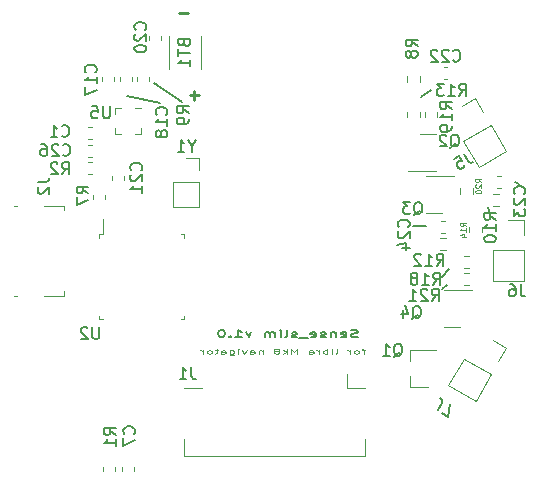
<source format=gbr>
%TF.GenerationSoftware,KiCad,Pcbnew,6.0.7-1.fc35*%
%TF.CreationDate,2022-11-04T19:38:46+01:00*%
%TF.ProjectId,sense_slim,73656e73-655f-4736-9c69-6d2e6b696361,rev?*%
%TF.SameCoordinates,Original*%
%TF.FileFunction,Legend,Bot*%
%TF.FilePolarity,Positive*%
%FSLAX46Y46*%
G04 Gerber Fmt 4.6, Leading zero omitted, Abs format (unit mm)*
G04 Created by KiCad (PCBNEW 6.0.7-1.fc35) date 2022-11-04 19:38:46*
%MOMM*%
%LPD*%
G01*
G04 APERTURE LIST*
%ADD10C,0.150000*%
%ADD11C,0.220000*%
%ADD12C,0.100000*%
%ADD13C,0.080000*%
%ADD14C,0.120000*%
G04 APERTURE END LIST*
D10*
X165000000Y-93100000D02*
X164900000Y-92800000D01*
X167200000Y-90700000D02*
X167500000Y-90800000D01*
X138950000Y-83900000D02*
X136650000Y-82250000D01*
X159200000Y-83500000D02*
X160100000Y-82900000D01*
X137150000Y-84000000D02*
X134300000Y-83400000D01*
X161000000Y-99700000D02*
X161400000Y-99400000D01*
X161000000Y-98700000D02*
X161600000Y-98000000D01*
X158500000Y-94400000D02*
X159600000Y-94400000D01*
D11*
X138769047Y-76328571D02*
X139530952Y-76328571D01*
D12*
X154500476Y-104924285D02*
X154195714Y-104924285D01*
X154386190Y-105190952D02*
X154386190Y-104848095D01*
X154348095Y-104810000D01*
X154271904Y-104790952D01*
X154195714Y-104790952D01*
X153814761Y-105190952D02*
X153890952Y-105171904D01*
X153929047Y-105152857D01*
X153967142Y-105114761D01*
X153967142Y-105000476D01*
X153929047Y-104962380D01*
X153890952Y-104943333D01*
X153814761Y-104924285D01*
X153700476Y-104924285D01*
X153624285Y-104943333D01*
X153586190Y-104962380D01*
X153548095Y-105000476D01*
X153548095Y-105114761D01*
X153586190Y-105152857D01*
X153624285Y-105171904D01*
X153700476Y-105190952D01*
X153814761Y-105190952D01*
X153205238Y-105190952D02*
X153205238Y-104924285D01*
X153205238Y-105000476D02*
X153167142Y-104962380D01*
X153129047Y-104943333D01*
X153052857Y-104924285D01*
X152976666Y-104924285D01*
X151986190Y-105190952D02*
X152062380Y-105171904D01*
X152100476Y-105133809D01*
X152100476Y-104790952D01*
X151681428Y-105190952D02*
X151681428Y-104924285D01*
X151681428Y-104790952D02*
X151719523Y-104810000D01*
X151681428Y-104829047D01*
X151643333Y-104810000D01*
X151681428Y-104790952D01*
X151681428Y-104829047D01*
X151300476Y-105190952D02*
X151300476Y-104790952D01*
X151300476Y-104943333D02*
X151224285Y-104924285D01*
X151071904Y-104924285D01*
X150995714Y-104943333D01*
X150957619Y-104962380D01*
X150919523Y-105000476D01*
X150919523Y-105114761D01*
X150957619Y-105152857D01*
X150995714Y-105171904D01*
X151071904Y-105190952D01*
X151224285Y-105190952D01*
X151300476Y-105171904D01*
X150576666Y-105190952D02*
X150576666Y-104924285D01*
X150576666Y-105000476D02*
X150538571Y-104962380D01*
X150500476Y-104943333D01*
X150424285Y-104924285D01*
X150348095Y-104924285D01*
X149738571Y-105190952D02*
X149738571Y-104981428D01*
X149776666Y-104943333D01*
X149852857Y-104924285D01*
X150005238Y-104924285D01*
X150081428Y-104943333D01*
X149738571Y-105171904D02*
X149814761Y-105190952D01*
X150005238Y-105190952D01*
X150081428Y-105171904D01*
X150119523Y-105133809D01*
X150119523Y-105095714D01*
X150081428Y-105057619D01*
X150005238Y-105038571D01*
X149814761Y-105038571D01*
X149738571Y-105019523D01*
X148748095Y-105190952D02*
X148748095Y-104790952D01*
X148481428Y-105076666D01*
X148214761Y-104790952D01*
X148214761Y-105190952D01*
X147833809Y-105190952D02*
X147833809Y-104790952D01*
X147757619Y-105038571D02*
X147529047Y-105190952D01*
X147529047Y-104924285D02*
X147833809Y-105076666D01*
X147071904Y-104962380D02*
X147148095Y-104943333D01*
X147186190Y-104924285D01*
X147224285Y-104886190D01*
X147224285Y-104867142D01*
X147186190Y-104829047D01*
X147148095Y-104810000D01*
X147071904Y-104790952D01*
X146919523Y-104790952D01*
X146843333Y-104810000D01*
X146805238Y-104829047D01*
X146767142Y-104867142D01*
X146767142Y-104886190D01*
X146805238Y-104924285D01*
X146843333Y-104943333D01*
X146919523Y-104962380D01*
X147071904Y-104962380D01*
X147148095Y-104981428D01*
X147186190Y-105000476D01*
X147224285Y-105038571D01*
X147224285Y-105114761D01*
X147186190Y-105152857D01*
X147148095Y-105171904D01*
X147071904Y-105190952D01*
X146919523Y-105190952D01*
X146843333Y-105171904D01*
X146805238Y-105152857D01*
X146767142Y-105114761D01*
X146767142Y-105038571D01*
X146805238Y-105000476D01*
X146843333Y-104981428D01*
X146919523Y-104962380D01*
X145814761Y-104924285D02*
X145814761Y-105190952D01*
X145814761Y-104962380D02*
X145776666Y-104943333D01*
X145700476Y-104924285D01*
X145586190Y-104924285D01*
X145510000Y-104943333D01*
X145471904Y-104981428D01*
X145471904Y-105190952D01*
X144748095Y-105190952D02*
X144748095Y-104981428D01*
X144786190Y-104943333D01*
X144862380Y-104924285D01*
X145014761Y-104924285D01*
X145090952Y-104943333D01*
X144748095Y-105171904D02*
X144824285Y-105190952D01*
X145014761Y-105190952D01*
X145090952Y-105171904D01*
X145129047Y-105133809D01*
X145129047Y-105095714D01*
X145090952Y-105057619D01*
X145014761Y-105038571D01*
X144824285Y-105038571D01*
X144748095Y-105019523D01*
X144443333Y-104924285D02*
X144252857Y-105190952D01*
X144062380Y-104924285D01*
X143757619Y-105190952D02*
X143757619Y-104924285D01*
X143757619Y-104790952D02*
X143795714Y-104810000D01*
X143757619Y-104829047D01*
X143719523Y-104810000D01*
X143757619Y-104790952D01*
X143757619Y-104829047D01*
X143033809Y-104924285D02*
X143033809Y-105248095D01*
X143071904Y-105286190D01*
X143110000Y-105305238D01*
X143186190Y-105324285D01*
X143300476Y-105324285D01*
X143376666Y-105305238D01*
X143033809Y-105171904D02*
X143110000Y-105190952D01*
X143262380Y-105190952D01*
X143338571Y-105171904D01*
X143376666Y-105152857D01*
X143414761Y-105114761D01*
X143414761Y-105000476D01*
X143376666Y-104962380D01*
X143338571Y-104943333D01*
X143262380Y-104924285D01*
X143110000Y-104924285D01*
X143033809Y-104943333D01*
X142310000Y-105190952D02*
X142310000Y-104981428D01*
X142348095Y-104943333D01*
X142424285Y-104924285D01*
X142576666Y-104924285D01*
X142652857Y-104943333D01*
X142310000Y-105171904D02*
X142386190Y-105190952D01*
X142576666Y-105190952D01*
X142652857Y-105171904D01*
X142690952Y-105133809D01*
X142690952Y-105095714D01*
X142652857Y-105057619D01*
X142576666Y-105038571D01*
X142386190Y-105038571D01*
X142310000Y-105019523D01*
X142043333Y-104924285D02*
X141738571Y-104924285D01*
X141929047Y-104790952D02*
X141929047Y-105133809D01*
X141890952Y-105171904D01*
X141814761Y-105190952D01*
X141738571Y-105190952D01*
X141357619Y-105190952D02*
X141433809Y-105171904D01*
X141471904Y-105152857D01*
X141510000Y-105114761D01*
X141510000Y-105000476D01*
X141471904Y-104962380D01*
X141433809Y-104943333D01*
X141357619Y-104924285D01*
X141243333Y-104924285D01*
X141167142Y-104943333D01*
X141129047Y-104962380D01*
X141090952Y-105000476D01*
X141090952Y-105114761D01*
X141129047Y-105152857D01*
X141167142Y-105171904D01*
X141243333Y-105190952D01*
X141357619Y-105190952D01*
X140748095Y-105190952D02*
X140748095Y-104924285D01*
X140748095Y-105000476D02*
X140710000Y-104962380D01*
X140671904Y-104943333D01*
X140595714Y-104924285D01*
X140519523Y-104924285D01*
D11*
X140021428Y-82919047D02*
X140021428Y-83680952D01*
X140402380Y-83300000D02*
X139640476Y-83300000D01*
D10*
X153854761Y-103762857D02*
X153711904Y-103791428D01*
X153473809Y-103791428D01*
X153378571Y-103762857D01*
X153330952Y-103734285D01*
X153283333Y-103677142D01*
X153283333Y-103620000D01*
X153330952Y-103562857D01*
X153378571Y-103534285D01*
X153473809Y-103505714D01*
X153664285Y-103477142D01*
X153759523Y-103448571D01*
X153807142Y-103420000D01*
X153854761Y-103362857D01*
X153854761Y-103305714D01*
X153807142Y-103248571D01*
X153759523Y-103220000D01*
X153664285Y-103191428D01*
X153426190Y-103191428D01*
X153283333Y-103220000D01*
X152473809Y-103762857D02*
X152569047Y-103791428D01*
X152759523Y-103791428D01*
X152854761Y-103762857D01*
X152902380Y-103705714D01*
X152902380Y-103477142D01*
X152854761Y-103420000D01*
X152759523Y-103391428D01*
X152569047Y-103391428D01*
X152473809Y-103420000D01*
X152426190Y-103477142D01*
X152426190Y-103534285D01*
X152902380Y-103591428D01*
X151997619Y-103391428D02*
X151997619Y-103791428D01*
X151997619Y-103448571D02*
X151950000Y-103420000D01*
X151854761Y-103391428D01*
X151711904Y-103391428D01*
X151616666Y-103420000D01*
X151569047Y-103477142D01*
X151569047Y-103791428D01*
X151140476Y-103762857D02*
X151045238Y-103791428D01*
X150854761Y-103791428D01*
X150759523Y-103762857D01*
X150711904Y-103705714D01*
X150711904Y-103677142D01*
X150759523Y-103620000D01*
X150854761Y-103591428D01*
X150997619Y-103591428D01*
X151092857Y-103562857D01*
X151140476Y-103505714D01*
X151140476Y-103477142D01*
X151092857Y-103420000D01*
X150997619Y-103391428D01*
X150854761Y-103391428D01*
X150759523Y-103420000D01*
X149902380Y-103762857D02*
X149997619Y-103791428D01*
X150188095Y-103791428D01*
X150283333Y-103762857D01*
X150330952Y-103705714D01*
X150330952Y-103477142D01*
X150283333Y-103420000D01*
X150188095Y-103391428D01*
X149997619Y-103391428D01*
X149902380Y-103420000D01*
X149854761Y-103477142D01*
X149854761Y-103534285D01*
X150330952Y-103591428D01*
X149664285Y-103848571D02*
X148902380Y-103848571D01*
X148711904Y-103762857D02*
X148616666Y-103791428D01*
X148426190Y-103791428D01*
X148330952Y-103762857D01*
X148283333Y-103705714D01*
X148283333Y-103677142D01*
X148330952Y-103620000D01*
X148426190Y-103591428D01*
X148569047Y-103591428D01*
X148664285Y-103562857D01*
X148711904Y-103505714D01*
X148711904Y-103477142D01*
X148664285Y-103420000D01*
X148569047Y-103391428D01*
X148426190Y-103391428D01*
X148330952Y-103420000D01*
X147711904Y-103791428D02*
X147807142Y-103762857D01*
X147854761Y-103705714D01*
X147854761Y-103191428D01*
X147330952Y-103791428D02*
X147330952Y-103391428D01*
X147330952Y-103191428D02*
X147378571Y-103220000D01*
X147330952Y-103248571D01*
X147283333Y-103220000D01*
X147330952Y-103191428D01*
X147330952Y-103248571D01*
X146854761Y-103791428D02*
X146854761Y-103391428D01*
X146854761Y-103448571D02*
X146807142Y-103420000D01*
X146711904Y-103391428D01*
X146569047Y-103391428D01*
X146473809Y-103420000D01*
X146426190Y-103477142D01*
X146426190Y-103791428D01*
X146426190Y-103477142D02*
X146378571Y-103420000D01*
X146283333Y-103391428D01*
X146140476Y-103391428D01*
X146045238Y-103420000D01*
X145997619Y-103477142D01*
X145997619Y-103791428D01*
X144854761Y-103391428D02*
X144616666Y-103791428D01*
X144378571Y-103391428D01*
X143473809Y-103791428D02*
X144045238Y-103791428D01*
X143759523Y-103791428D02*
X143759523Y-103191428D01*
X143854761Y-103277142D01*
X143950000Y-103334285D01*
X144045238Y-103362857D01*
X143045238Y-103734285D02*
X142997619Y-103762857D01*
X143045238Y-103791428D01*
X143092857Y-103762857D01*
X143045238Y-103734285D01*
X143045238Y-103791428D01*
X142378571Y-103191428D02*
X142283333Y-103191428D01*
X142188095Y-103220000D01*
X142140476Y-103248571D01*
X142092857Y-103305714D01*
X142045238Y-103420000D01*
X142045238Y-103562857D01*
X142092857Y-103677142D01*
X142140476Y-103734285D01*
X142188095Y-103762857D01*
X142283333Y-103791428D01*
X142378571Y-103791428D01*
X142473809Y-103762857D01*
X142521428Y-103734285D01*
X142569047Y-103677142D01*
X142616666Y-103562857D01*
X142616666Y-103420000D01*
X142569047Y-103305714D01*
X142521428Y-103248571D01*
X142473809Y-103220000D01*
X142378571Y-103191428D01*
%TO.C,C7*%
X134917142Y-111973333D02*
X134964761Y-111925714D01*
X135012380Y-111782857D01*
X135012380Y-111687619D01*
X134964761Y-111544761D01*
X134869523Y-111449523D01*
X134774285Y-111401904D01*
X134583809Y-111354285D01*
X134440952Y-111354285D01*
X134250476Y-111401904D01*
X134155238Y-111449523D01*
X134060000Y-111544761D01*
X134012380Y-111687619D01*
X134012380Y-111782857D01*
X134060000Y-111925714D01*
X134107619Y-111973333D01*
X134012380Y-112306666D02*
X134012380Y-112973333D01*
X135012380Y-112544761D01*
%TO.C,R1*%
X133372380Y-112073333D02*
X132896190Y-111740000D01*
X133372380Y-111501904D02*
X132372380Y-111501904D01*
X132372380Y-111882857D01*
X132420000Y-111978095D01*
X132467619Y-112025714D01*
X132562857Y-112073333D01*
X132705714Y-112073333D01*
X132800952Y-112025714D01*
X132848571Y-111978095D01*
X132896190Y-111882857D01*
X132896190Y-111501904D01*
X133372380Y-113025714D02*
X133372380Y-112454285D01*
X133372380Y-112740000D02*
X132372380Y-112740000D01*
X132515238Y-112644761D01*
X132610476Y-112549523D01*
X132658095Y-112454285D01*
%TO.C,C26*%
X128892857Y-88357142D02*
X128940476Y-88404761D01*
X129083333Y-88452380D01*
X129178571Y-88452380D01*
X129321428Y-88404761D01*
X129416666Y-88309523D01*
X129464285Y-88214285D01*
X129511904Y-88023809D01*
X129511904Y-87880952D01*
X129464285Y-87690476D01*
X129416666Y-87595238D01*
X129321428Y-87500000D01*
X129178571Y-87452380D01*
X129083333Y-87452380D01*
X128940476Y-87500000D01*
X128892857Y-87547619D01*
X128511904Y-87547619D02*
X128464285Y-87500000D01*
X128369047Y-87452380D01*
X128130952Y-87452380D01*
X128035714Y-87500000D01*
X127988095Y-87547619D01*
X127940476Y-87642857D01*
X127940476Y-87738095D01*
X127988095Y-87880952D01*
X128559523Y-88452380D01*
X127940476Y-88452380D01*
X127083333Y-87452380D02*
X127273809Y-87452380D01*
X127369047Y-87500000D01*
X127416666Y-87547619D01*
X127511904Y-87690476D01*
X127559523Y-87880952D01*
X127559523Y-88261904D01*
X127511904Y-88357142D01*
X127464285Y-88404761D01*
X127369047Y-88452380D01*
X127178571Y-88452380D01*
X127083333Y-88404761D01*
X127035714Y-88357142D01*
X126988095Y-88261904D01*
X126988095Y-88023809D01*
X127035714Y-87928571D01*
X127083333Y-87880952D01*
X127178571Y-87833333D01*
X127369047Y-87833333D01*
X127464285Y-87880952D01*
X127511904Y-87928571D01*
X127559523Y-88023809D01*
%TO.C,C23*%
X167957142Y-91657142D02*
X168004761Y-91609523D01*
X168052380Y-91466666D01*
X168052380Y-91371428D01*
X168004761Y-91228571D01*
X167909523Y-91133333D01*
X167814285Y-91085714D01*
X167623809Y-91038095D01*
X167480952Y-91038095D01*
X167290476Y-91085714D01*
X167195238Y-91133333D01*
X167100000Y-91228571D01*
X167052380Y-91371428D01*
X167052380Y-91466666D01*
X167100000Y-91609523D01*
X167147619Y-91657142D01*
X167147619Y-92038095D02*
X167100000Y-92085714D01*
X167052380Y-92180952D01*
X167052380Y-92419047D01*
X167100000Y-92514285D01*
X167147619Y-92561904D01*
X167242857Y-92609523D01*
X167338095Y-92609523D01*
X167480952Y-92561904D01*
X168052380Y-91990476D01*
X168052380Y-92609523D01*
X167052380Y-92942857D02*
X167052380Y-93561904D01*
X167433333Y-93228571D01*
X167433333Y-93371428D01*
X167480952Y-93466666D01*
X167528571Y-93514285D01*
X167623809Y-93561904D01*
X167861904Y-93561904D01*
X167957142Y-93514285D01*
X168004761Y-93466666D01*
X168052380Y-93371428D01*
X168052380Y-93085714D01*
X168004761Y-92990476D01*
X167957142Y-92942857D01*
%TO.C,C17*%
X131657142Y-81357142D02*
X131704761Y-81309523D01*
X131752380Y-81166666D01*
X131752380Y-81071428D01*
X131704761Y-80928571D01*
X131609523Y-80833333D01*
X131514285Y-80785714D01*
X131323809Y-80738095D01*
X131180952Y-80738095D01*
X130990476Y-80785714D01*
X130895238Y-80833333D01*
X130800000Y-80928571D01*
X130752380Y-81071428D01*
X130752380Y-81166666D01*
X130800000Y-81309523D01*
X130847619Y-81357142D01*
X131752380Y-82309523D02*
X131752380Y-81738095D01*
X131752380Y-82023809D02*
X130752380Y-82023809D01*
X130895238Y-81928571D01*
X130990476Y-81833333D01*
X131038095Y-81738095D01*
X130752380Y-82642857D02*
X130752380Y-83309523D01*
X131752380Y-82880952D01*
%TO.C,R13*%
X162442857Y-83352380D02*
X162776190Y-82876190D01*
X163014285Y-83352380D02*
X163014285Y-82352380D01*
X162633333Y-82352380D01*
X162538095Y-82400000D01*
X162490476Y-82447619D01*
X162442857Y-82542857D01*
X162442857Y-82685714D01*
X162490476Y-82780952D01*
X162538095Y-82828571D01*
X162633333Y-82876190D01*
X163014285Y-82876190D01*
X161490476Y-83352380D02*
X162061904Y-83352380D01*
X161776190Y-83352380D02*
X161776190Y-82352380D01*
X161871428Y-82495238D01*
X161966666Y-82590476D01*
X162061904Y-82638095D01*
X161157142Y-82352380D02*
X160538095Y-82352380D01*
X160871428Y-82733333D01*
X160728571Y-82733333D01*
X160633333Y-82780952D01*
X160585714Y-82828571D01*
X160538095Y-82923809D01*
X160538095Y-83161904D01*
X160585714Y-83257142D01*
X160633333Y-83304761D01*
X160728571Y-83352380D01*
X161014285Y-83352380D01*
X161109523Y-83304761D01*
X161157142Y-83257142D01*
%TO.C,J6*%
X167653335Y-99340835D02*
X167653335Y-100055121D01*
X167700954Y-100197978D01*
X167796192Y-100293216D01*
X167939049Y-100340835D01*
X168034287Y-100340835D01*
X166748573Y-99340835D02*
X166939049Y-99340835D01*
X167034287Y-99388455D01*
X167081906Y-99436074D01*
X167177144Y-99578931D01*
X167224763Y-99769407D01*
X167224763Y-100150359D01*
X167177144Y-100245597D01*
X167129525Y-100293216D01*
X167034287Y-100340835D01*
X166843811Y-100340835D01*
X166748573Y-100293216D01*
X166700954Y-100245597D01*
X166653335Y-100150359D01*
X166653335Y-99912264D01*
X166700954Y-99817026D01*
X166748573Y-99769407D01*
X166843811Y-99721788D01*
X167034287Y-99721788D01*
X167129525Y-99769407D01*
X167177144Y-99817026D01*
X167224763Y-99912264D01*
%TO.C,C18*%
X137657142Y-84957142D02*
X137704761Y-84909523D01*
X137752380Y-84766666D01*
X137752380Y-84671428D01*
X137704761Y-84528571D01*
X137609523Y-84433333D01*
X137514285Y-84385714D01*
X137323809Y-84338095D01*
X137180952Y-84338095D01*
X136990476Y-84385714D01*
X136895238Y-84433333D01*
X136800000Y-84528571D01*
X136752380Y-84671428D01*
X136752380Y-84766666D01*
X136800000Y-84909523D01*
X136847619Y-84957142D01*
X137752380Y-85909523D02*
X137752380Y-85338095D01*
X137752380Y-85623809D02*
X136752380Y-85623809D01*
X136895238Y-85528571D01*
X136990476Y-85433333D01*
X137038095Y-85338095D01*
X137180952Y-86480952D02*
X137133333Y-86385714D01*
X137085714Y-86338095D01*
X136990476Y-86290476D01*
X136942857Y-86290476D01*
X136847619Y-86338095D01*
X136800000Y-86385714D01*
X136752380Y-86480952D01*
X136752380Y-86671428D01*
X136800000Y-86766666D01*
X136847619Y-86814285D01*
X136942857Y-86861904D01*
X136990476Y-86861904D01*
X137085714Y-86814285D01*
X137133333Y-86766666D01*
X137180952Y-86671428D01*
X137180952Y-86480952D01*
X137228571Y-86385714D01*
X137276190Y-86338095D01*
X137371428Y-86290476D01*
X137561904Y-86290476D01*
X137657142Y-86338095D01*
X137704761Y-86385714D01*
X137752380Y-86480952D01*
X137752380Y-86671428D01*
X137704761Y-86766666D01*
X137657142Y-86814285D01*
X137561904Y-86861904D01*
X137371428Y-86861904D01*
X137276190Y-86814285D01*
X137228571Y-86766666D01*
X137180952Y-86671428D01*
%TO.C,R18*%
X160242857Y-99352380D02*
X160576190Y-98876190D01*
X160814285Y-99352380D02*
X160814285Y-98352380D01*
X160433333Y-98352380D01*
X160338095Y-98400000D01*
X160290476Y-98447619D01*
X160242857Y-98542857D01*
X160242857Y-98685714D01*
X160290476Y-98780952D01*
X160338095Y-98828571D01*
X160433333Y-98876190D01*
X160814285Y-98876190D01*
X159290476Y-99352380D02*
X159861904Y-99352380D01*
X159576190Y-99352380D02*
X159576190Y-98352380D01*
X159671428Y-98495238D01*
X159766666Y-98590476D01*
X159861904Y-98638095D01*
X158719047Y-98780952D02*
X158814285Y-98733333D01*
X158861904Y-98685714D01*
X158909523Y-98590476D01*
X158909523Y-98542857D01*
X158861904Y-98447619D01*
X158814285Y-98400000D01*
X158719047Y-98352380D01*
X158528571Y-98352380D01*
X158433333Y-98400000D01*
X158385714Y-98447619D01*
X158338095Y-98542857D01*
X158338095Y-98590476D01*
X158385714Y-98685714D01*
X158433333Y-98733333D01*
X158528571Y-98780952D01*
X158719047Y-98780952D01*
X158814285Y-98828571D01*
X158861904Y-98876190D01*
X158909523Y-98971428D01*
X158909523Y-99161904D01*
X158861904Y-99257142D01*
X158814285Y-99304761D01*
X158719047Y-99352380D01*
X158528571Y-99352380D01*
X158433333Y-99304761D01*
X158385714Y-99257142D01*
X158338095Y-99161904D01*
X158338095Y-98971428D01*
X158385714Y-98876190D01*
X158433333Y-98828571D01*
X158528571Y-98780952D01*
D13*
%TO.C,R20*%
X164326190Y-90678571D02*
X164088095Y-90511904D01*
X164326190Y-90392857D02*
X163826190Y-90392857D01*
X163826190Y-90583333D01*
X163850000Y-90630952D01*
X163873809Y-90654761D01*
X163921428Y-90678571D01*
X163992857Y-90678571D01*
X164040476Y-90654761D01*
X164064285Y-90630952D01*
X164088095Y-90583333D01*
X164088095Y-90392857D01*
X163873809Y-90869047D02*
X163850000Y-90892857D01*
X163826190Y-90940476D01*
X163826190Y-91059523D01*
X163850000Y-91107142D01*
X163873809Y-91130952D01*
X163921428Y-91154761D01*
X163969047Y-91154761D01*
X164040476Y-91130952D01*
X164326190Y-90845238D01*
X164326190Y-91154761D01*
X163826190Y-91464285D02*
X163826190Y-91511904D01*
X163850000Y-91559523D01*
X163873809Y-91583333D01*
X163921428Y-91607142D01*
X164016666Y-91630952D01*
X164135714Y-91630952D01*
X164230952Y-91607142D01*
X164278571Y-91583333D01*
X164302380Y-91559523D01*
X164326190Y-91511904D01*
X164326190Y-91464285D01*
X164302380Y-91416666D01*
X164278571Y-91392857D01*
X164230952Y-91369047D01*
X164135714Y-91345238D01*
X164016666Y-91345238D01*
X163921428Y-91369047D01*
X163873809Y-91392857D01*
X163850000Y-91416666D01*
X163826190Y-91464285D01*
D10*
%TO.C,C22*%
X161932857Y-80367142D02*
X161980476Y-80414761D01*
X162123333Y-80462380D01*
X162218571Y-80462380D01*
X162361428Y-80414761D01*
X162456666Y-80319523D01*
X162504285Y-80224285D01*
X162551904Y-80033809D01*
X162551904Y-79890952D01*
X162504285Y-79700476D01*
X162456666Y-79605238D01*
X162361428Y-79510000D01*
X162218571Y-79462380D01*
X162123333Y-79462380D01*
X161980476Y-79510000D01*
X161932857Y-79557619D01*
X161551904Y-79557619D02*
X161504285Y-79510000D01*
X161409047Y-79462380D01*
X161170952Y-79462380D01*
X161075714Y-79510000D01*
X161028095Y-79557619D01*
X160980476Y-79652857D01*
X160980476Y-79748095D01*
X161028095Y-79890952D01*
X161599523Y-80462380D01*
X160980476Y-80462380D01*
X160599523Y-79557619D02*
X160551904Y-79510000D01*
X160456666Y-79462380D01*
X160218571Y-79462380D01*
X160123333Y-79510000D01*
X160075714Y-79557619D01*
X160028095Y-79652857D01*
X160028095Y-79748095D01*
X160075714Y-79890952D01*
X160647142Y-80462380D01*
X160028095Y-80462380D01*
%TO.C,R19*%
X161822382Y-84495597D02*
X161346192Y-84162264D01*
X161822382Y-83924169D02*
X160822382Y-83924169D01*
X160822382Y-84305121D01*
X160870002Y-84400359D01*
X160917621Y-84447978D01*
X161012859Y-84495597D01*
X161155716Y-84495597D01*
X161250954Y-84447978D01*
X161298573Y-84400359D01*
X161346192Y-84305121D01*
X161346192Y-83924169D01*
X161822382Y-85447978D02*
X161822382Y-84876550D01*
X161822382Y-85162264D02*
X160822382Y-85162264D01*
X160965240Y-85067026D01*
X161060478Y-84971788D01*
X161108097Y-84876550D01*
X161822382Y-85924169D02*
X161822382Y-86114645D01*
X161774763Y-86209883D01*
X161727144Y-86257502D01*
X161584287Y-86352740D01*
X161393811Y-86400359D01*
X161012859Y-86400359D01*
X160917621Y-86352740D01*
X160870002Y-86305121D01*
X160822382Y-86209883D01*
X160822382Y-86019407D01*
X160870002Y-85924169D01*
X160917621Y-85876550D01*
X161012859Y-85828931D01*
X161250954Y-85828931D01*
X161346192Y-85876550D01*
X161393811Y-85924169D01*
X161441430Y-86019407D01*
X161441430Y-86209883D01*
X161393811Y-86305121D01*
X161346192Y-86352740D01*
X161250954Y-86400359D01*
%TO.C,Q4*%
X158475236Y-102259164D02*
X158570474Y-102211545D01*
X158665712Y-102116306D01*
X158808569Y-101973449D01*
X158903807Y-101925830D01*
X158999045Y-101925830D01*
X158951426Y-102163925D02*
X159046664Y-102116306D01*
X159141902Y-102021068D01*
X159189521Y-101830592D01*
X159189521Y-101497259D01*
X159141902Y-101306783D01*
X159046664Y-101211545D01*
X158951426Y-101163925D01*
X158760950Y-101163925D01*
X158665712Y-101211545D01*
X158570474Y-101306783D01*
X158522855Y-101497259D01*
X158522855Y-101830592D01*
X158570474Y-102021068D01*
X158665712Y-102116306D01*
X158760950Y-102163925D01*
X158951426Y-102163925D01*
X157665712Y-101497259D02*
X157665712Y-102163925D01*
X157903807Y-101116306D02*
X158141902Y-101830592D01*
X157522855Y-101830592D01*
%TO.C,R2*%
X128816666Y-90002380D02*
X129150000Y-89526190D01*
X129388095Y-90002380D02*
X129388095Y-89002380D01*
X129007142Y-89002380D01*
X128911904Y-89050000D01*
X128864285Y-89097619D01*
X128816666Y-89192857D01*
X128816666Y-89335714D01*
X128864285Y-89430952D01*
X128911904Y-89478571D01*
X129007142Y-89526190D01*
X129388095Y-89526190D01*
X128435714Y-89097619D02*
X128388095Y-89050000D01*
X128292857Y-89002380D01*
X128054761Y-89002380D01*
X127959523Y-89050000D01*
X127911904Y-89097619D01*
X127864285Y-89192857D01*
X127864285Y-89288095D01*
X127911904Y-89430952D01*
X128483333Y-90002380D01*
X127864285Y-90002380D01*
%TO.C,U2*%
X131961904Y-102952380D02*
X131961904Y-103761904D01*
X131914285Y-103857142D01*
X131866666Y-103904761D01*
X131771428Y-103952380D01*
X131580952Y-103952380D01*
X131485714Y-103904761D01*
X131438095Y-103857142D01*
X131390476Y-103761904D01*
X131390476Y-102952380D01*
X130961904Y-103047619D02*
X130914285Y-103000000D01*
X130819047Y-102952380D01*
X130580952Y-102952380D01*
X130485714Y-103000000D01*
X130438095Y-103047619D01*
X130390476Y-103142857D01*
X130390476Y-103238095D01*
X130438095Y-103380952D01*
X131009523Y-103952380D01*
X130390476Y-103952380D01*
%TO.C,R7*%
X131052380Y-91633333D02*
X130576190Y-91300000D01*
X131052380Y-91061904D02*
X130052380Y-91061904D01*
X130052380Y-91442857D01*
X130100000Y-91538095D01*
X130147619Y-91585714D01*
X130242857Y-91633333D01*
X130385714Y-91633333D01*
X130480952Y-91585714D01*
X130528571Y-91538095D01*
X130576190Y-91442857D01*
X130576190Y-91061904D01*
X130052380Y-91966666D02*
X130052380Y-92633333D01*
X131052380Y-92204761D01*
%TO.C,J1*%
X139773335Y-106350835D02*
X139773335Y-107065121D01*
X139820954Y-107207978D01*
X139916192Y-107303216D01*
X140059049Y-107350835D01*
X140154287Y-107350835D01*
X138773335Y-107350835D02*
X139344763Y-107350835D01*
X139059049Y-107350835D02*
X139059049Y-106350835D01*
X139154287Y-106493693D01*
X139249525Y-106588931D01*
X139344763Y-106636550D01*
%TO.C,Q3*%
X158595238Y-93447619D02*
X158690476Y-93400000D01*
X158785714Y-93304761D01*
X158928571Y-93161904D01*
X159023809Y-93114285D01*
X159119047Y-93114285D01*
X159071428Y-93352380D02*
X159166666Y-93304761D01*
X159261904Y-93209523D01*
X159309523Y-93019047D01*
X159309523Y-92685714D01*
X159261904Y-92495238D01*
X159166666Y-92400000D01*
X159071428Y-92352380D01*
X158880952Y-92352380D01*
X158785714Y-92400000D01*
X158690476Y-92495238D01*
X158642857Y-92685714D01*
X158642857Y-93019047D01*
X158690476Y-93209523D01*
X158785714Y-93304761D01*
X158880952Y-93352380D01*
X159071428Y-93352380D01*
X158309523Y-92352380D02*
X157690476Y-92352380D01*
X158023809Y-92733333D01*
X157880952Y-92733333D01*
X157785714Y-92780952D01*
X157738095Y-92828571D01*
X157690476Y-92923809D01*
X157690476Y-93161904D01*
X157738095Y-93257142D01*
X157785714Y-93304761D01*
X157880952Y-93352380D01*
X158166666Y-93352380D01*
X158261904Y-93304761D01*
X158309523Y-93257142D01*
%TO.C,R9*%
X139552380Y-84833333D02*
X139076190Y-84500000D01*
X139552380Y-84261904D02*
X138552380Y-84261904D01*
X138552380Y-84642857D01*
X138600000Y-84738095D01*
X138647619Y-84785714D01*
X138742857Y-84833333D01*
X138885714Y-84833333D01*
X138980952Y-84785714D01*
X139028571Y-84738095D01*
X139076190Y-84642857D01*
X139076190Y-84261904D01*
X139552380Y-85309523D02*
X139552380Y-85500000D01*
X139504761Y-85595238D01*
X139457142Y-85642857D01*
X139314285Y-85738095D01*
X139123809Y-85785714D01*
X138742857Y-85785714D01*
X138647619Y-85738095D01*
X138600000Y-85690476D01*
X138552380Y-85595238D01*
X138552380Y-85404761D01*
X138600000Y-85309523D01*
X138647619Y-85261904D01*
X138742857Y-85214285D01*
X138980952Y-85214285D01*
X139076190Y-85261904D01*
X139123809Y-85309523D01*
X139171428Y-85404761D01*
X139171428Y-85595238D01*
X139123809Y-85690476D01*
X139076190Y-85738095D01*
X138980952Y-85785714D01*
%TO.C,R21*%
X160142857Y-100713925D02*
X160476190Y-100237735D01*
X160714285Y-100713925D02*
X160714285Y-99713925D01*
X160333333Y-99713925D01*
X160238095Y-99761545D01*
X160190476Y-99809164D01*
X160142857Y-99904402D01*
X160142857Y-100047259D01*
X160190476Y-100142497D01*
X160238095Y-100190116D01*
X160333333Y-100237735D01*
X160714285Y-100237735D01*
X159761904Y-99809164D02*
X159714285Y-99761545D01*
X159619047Y-99713925D01*
X159380952Y-99713925D01*
X159285714Y-99761545D01*
X159238095Y-99809164D01*
X159190476Y-99904402D01*
X159190476Y-99999640D01*
X159238095Y-100142497D01*
X159809523Y-100713925D01*
X159190476Y-100713925D01*
X158238095Y-100713925D02*
X158809523Y-100713925D01*
X158523809Y-100713925D02*
X158523809Y-99713925D01*
X158619047Y-99856783D01*
X158714285Y-99952021D01*
X158809523Y-99999640D01*
%TO.C,J7*%
X160637515Y-110007585D02*
X160994658Y-109388995D01*
X161024847Y-109241468D01*
X160989987Y-109111370D01*
X160890079Y-108998702D01*
X160807600Y-108951083D01*
X160967429Y-110198061D02*
X161544780Y-110531394D01*
X161673626Y-109451083D01*
%TO.C,C24*%
X158157142Y-94457142D02*
X158204761Y-94409523D01*
X158252380Y-94266666D01*
X158252380Y-94171428D01*
X158204761Y-94028571D01*
X158109523Y-93933333D01*
X158014285Y-93885714D01*
X157823809Y-93838095D01*
X157680952Y-93838095D01*
X157490476Y-93885714D01*
X157395238Y-93933333D01*
X157300000Y-94028571D01*
X157252380Y-94171428D01*
X157252380Y-94266666D01*
X157300000Y-94409523D01*
X157347619Y-94457142D01*
X157347619Y-94838095D02*
X157300000Y-94885714D01*
X157252380Y-94980952D01*
X157252380Y-95219047D01*
X157300000Y-95314285D01*
X157347619Y-95361904D01*
X157442857Y-95409523D01*
X157538095Y-95409523D01*
X157680952Y-95361904D01*
X158252380Y-94790476D01*
X158252380Y-95409523D01*
X157585714Y-96266666D02*
X158252380Y-96266666D01*
X157204761Y-96028571D02*
X157919047Y-95790476D01*
X157919047Y-96409523D01*
%TO.C,U5*%
X132861904Y-84252380D02*
X132861904Y-85061904D01*
X132814285Y-85157142D01*
X132766666Y-85204761D01*
X132671428Y-85252380D01*
X132480952Y-85252380D01*
X132385714Y-85204761D01*
X132338095Y-85157142D01*
X132290476Y-85061904D01*
X132290476Y-84252380D01*
X131338095Y-84252380D02*
X131814285Y-84252380D01*
X131861904Y-84728571D01*
X131814285Y-84680952D01*
X131719047Y-84633333D01*
X131480952Y-84633333D01*
X131385714Y-84680952D01*
X131338095Y-84728571D01*
X131290476Y-84823809D01*
X131290476Y-85061904D01*
X131338095Y-85157142D01*
X131385714Y-85204761D01*
X131480952Y-85252380D01*
X131719047Y-85252380D01*
X131814285Y-85204761D01*
X131861904Y-85157142D01*
%TO.C,J2*%
X126752380Y-90666666D02*
X127466666Y-90666666D01*
X127609523Y-90619047D01*
X127704761Y-90523809D01*
X127752380Y-90380952D01*
X127752380Y-90285714D01*
X126847619Y-91095238D02*
X126800000Y-91142857D01*
X126752380Y-91238095D01*
X126752380Y-91476190D01*
X126800000Y-91571428D01*
X126847619Y-91619047D01*
X126942857Y-91666666D01*
X127038095Y-91666666D01*
X127180952Y-91619047D01*
X127752380Y-91047619D01*
X127752380Y-91666666D01*
%TO.C,Q1*%
X156895238Y-105447619D02*
X156990476Y-105400000D01*
X157085714Y-105304761D01*
X157228571Y-105161904D01*
X157323809Y-105114285D01*
X157419047Y-105114285D01*
X157371428Y-105352380D02*
X157466666Y-105304761D01*
X157561904Y-105209523D01*
X157609523Y-105019047D01*
X157609523Y-104685714D01*
X157561904Y-104495238D01*
X157466666Y-104400000D01*
X157371428Y-104352380D01*
X157180952Y-104352380D01*
X157085714Y-104400000D01*
X156990476Y-104495238D01*
X156942857Y-104685714D01*
X156942857Y-105019047D01*
X156990476Y-105209523D01*
X157085714Y-105304761D01*
X157180952Y-105352380D01*
X157371428Y-105352380D01*
X155990476Y-105352380D02*
X156561904Y-105352380D01*
X156276190Y-105352380D02*
X156276190Y-104352380D01*
X156371428Y-104495238D01*
X156466666Y-104590476D01*
X156561904Y-104638095D01*
%TO.C,BT1*%
X139128571Y-78914285D02*
X139176190Y-79057142D01*
X139223809Y-79104761D01*
X139319047Y-79152380D01*
X139461904Y-79152380D01*
X139557142Y-79104761D01*
X139604761Y-79057142D01*
X139652380Y-78961904D01*
X139652380Y-78580952D01*
X138652380Y-78580952D01*
X138652380Y-78914285D01*
X138700000Y-79009523D01*
X138747619Y-79057142D01*
X138842857Y-79104761D01*
X138938095Y-79104761D01*
X139033333Y-79057142D01*
X139080952Y-79009523D01*
X139128571Y-78914285D01*
X139128571Y-78580952D01*
X138652380Y-79438095D02*
X138652380Y-80009523D01*
X139652380Y-79723809D02*
X138652380Y-79723809D01*
X139652380Y-80866666D02*
X139652380Y-80295238D01*
X139652380Y-80580952D02*
X138652380Y-80580952D01*
X138795238Y-80485714D01*
X138890476Y-80390476D01*
X138938095Y-80295238D01*
%TO.C,C20*%
X135857142Y-77757142D02*
X135904761Y-77709523D01*
X135952380Y-77566666D01*
X135952380Y-77471428D01*
X135904761Y-77328571D01*
X135809523Y-77233333D01*
X135714285Y-77185714D01*
X135523809Y-77138095D01*
X135380952Y-77138095D01*
X135190476Y-77185714D01*
X135095238Y-77233333D01*
X135000000Y-77328571D01*
X134952380Y-77471428D01*
X134952380Y-77566666D01*
X135000000Y-77709523D01*
X135047619Y-77757142D01*
X135047619Y-78138095D02*
X135000000Y-78185714D01*
X134952380Y-78280952D01*
X134952380Y-78519047D01*
X135000000Y-78614285D01*
X135047619Y-78661904D01*
X135142857Y-78709523D01*
X135238095Y-78709523D01*
X135380952Y-78661904D01*
X135952380Y-78090476D01*
X135952380Y-78709523D01*
X134952380Y-79328571D02*
X134952380Y-79423809D01*
X135000000Y-79519047D01*
X135047619Y-79566666D01*
X135142857Y-79614285D01*
X135333333Y-79661904D01*
X135571428Y-79661904D01*
X135761904Y-79614285D01*
X135857142Y-79566666D01*
X135904761Y-79519047D01*
X135952380Y-79423809D01*
X135952380Y-79328571D01*
X135904761Y-79233333D01*
X135857142Y-79185714D01*
X135761904Y-79138095D01*
X135571428Y-79090476D01*
X135333333Y-79090476D01*
X135142857Y-79138095D01*
X135047619Y-79185714D01*
X135000000Y-79233333D01*
X134952380Y-79328571D01*
%TO.C,J5*%
X162818053Y-88259081D02*
X163175196Y-88877670D01*
X163287864Y-88977579D01*
X163417962Y-89012438D01*
X163565489Y-88982249D01*
X163647968Y-88934630D01*
X161993267Y-88735271D02*
X162405660Y-88497176D01*
X162684995Y-88885760D01*
X162619946Y-88868330D01*
X162513658Y-88874710D01*
X162307461Y-88993757D01*
X162248792Y-89082616D01*
X162231362Y-89147664D01*
X162237742Y-89253952D01*
X162356790Y-89460149D01*
X162445648Y-89518818D01*
X162510697Y-89536248D01*
X162616985Y-89529868D01*
X162823181Y-89410821D01*
X162881851Y-89321962D01*
X162899280Y-89256913D01*
%TO.C,R8*%
X158922382Y-79171788D02*
X158446192Y-78838455D01*
X158922382Y-78600359D02*
X157922382Y-78600359D01*
X157922382Y-78981312D01*
X157970002Y-79076550D01*
X158017621Y-79124169D01*
X158112859Y-79171788D01*
X158255716Y-79171788D01*
X158350954Y-79124169D01*
X158398573Y-79076550D01*
X158446192Y-78981312D01*
X158446192Y-78600359D01*
X158350954Y-79743216D02*
X158303335Y-79647978D01*
X158255716Y-79600359D01*
X158160478Y-79552740D01*
X158112859Y-79552740D01*
X158017621Y-79600359D01*
X157970002Y-79647978D01*
X157922382Y-79743216D01*
X157922382Y-79933693D01*
X157970002Y-80028931D01*
X158017621Y-80076550D01*
X158112859Y-80124169D01*
X158160478Y-80124169D01*
X158255716Y-80076550D01*
X158303335Y-80028931D01*
X158350954Y-79933693D01*
X158350954Y-79743216D01*
X158398573Y-79647978D01*
X158446192Y-79600359D01*
X158541430Y-79552740D01*
X158731906Y-79552740D01*
X158827144Y-79600359D01*
X158874763Y-79647978D01*
X158922382Y-79743216D01*
X158922382Y-79933693D01*
X158874763Y-80028931D01*
X158827144Y-80076550D01*
X158731906Y-80124169D01*
X158541430Y-80124169D01*
X158446192Y-80076550D01*
X158398573Y-80028931D01*
X158350954Y-79933693D01*
%TO.C,C21*%
X135507142Y-89657142D02*
X135554761Y-89609523D01*
X135602380Y-89466666D01*
X135602380Y-89371428D01*
X135554761Y-89228571D01*
X135459523Y-89133333D01*
X135364285Y-89085714D01*
X135173809Y-89038095D01*
X135030952Y-89038095D01*
X134840476Y-89085714D01*
X134745238Y-89133333D01*
X134650000Y-89228571D01*
X134602380Y-89371428D01*
X134602380Y-89466666D01*
X134650000Y-89609523D01*
X134697619Y-89657142D01*
X134697619Y-90038095D02*
X134650000Y-90085714D01*
X134602380Y-90180952D01*
X134602380Y-90419047D01*
X134650000Y-90514285D01*
X134697619Y-90561904D01*
X134792857Y-90609523D01*
X134888095Y-90609523D01*
X135030952Y-90561904D01*
X135602380Y-89990476D01*
X135602380Y-90609523D01*
X135602380Y-91561904D02*
X135602380Y-90990476D01*
X135602380Y-91276190D02*
X134602380Y-91276190D01*
X134745238Y-91180952D01*
X134840476Y-91085714D01*
X134888095Y-90990476D01*
%TO.C,R12*%
X160542857Y-97752380D02*
X160876190Y-97276190D01*
X161114285Y-97752380D02*
X161114285Y-96752380D01*
X160733333Y-96752380D01*
X160638095Y-96800000D01*
X160590476Y-96847619D01*
X160542857Y-96942857D01*
X160542857Y-97085714D01*
X160590476Y-97180952D01*
X160638095Y-97228571D01*
X160733333Y-97276190D01*
X161114285Y-97276190D01*
X159590476Y-97752380D02*
X160161904Y-97752380D01*
X159876190Y-97752380D02*
X159876190Y-96752380D01*
X159971428Y-96895238D01*
X160066666Y-96990476D01*
X160161904Y-97038095D01*
X159209523Y-96847619D02*
X159161904Y-96800000D01*
X159066666Y-96752380D01*
X158828571Y-96752380D01*
X158733333Y-96800000D01*
X158685714Y-96847619D01*
X158638095Y-96942857D01*
X158638095Y-97038095D01*
X158685714Y-97180952D01*
X159257142Y-97752380D01*
X158638095Y-97752380D01*
%TO.C,Q2*%
X161695238Y-87747619D02*
X161790476Y-87700000D01*
X161885714Y-87604761D01*
X162028571Y-87461904D01*
X162123809Y-87414285D01*
X162219047Y-87414285D01*
X162171428Y-87652380D02*
X162266666Y-87604761D01*
X162361904Y-87509523D01*
X162409523Y-87319047D01*
X162409523Y-86985714D01*
X162361904Y-86795238D01*
X162266666Y-86700000D01*
X162171428Y-86652380D01*
X161980952Y-86652380D01*
X161885714Y-86700000D01*
X161790476Y-86795238D01*
X161742857Y-86985714D01*
X161742857Y-87319047D01*
X161790476Y-87509523D01*
X161885714Y-87604761D01*
X161980952Y-87652380D01*
X162171428Y-87652380D01*
X161361904Y-86747619D02*
X161314285Y-86700000D01*
X161219047Y-86652380D01*
X160980952Y-86652380D01*
X160885714Y-86700000D01*
X160838095Y-86747619D01*
X160790476Y-86842857D01*
X160790476Y-86938095D01*
X160838095Y-87080952D01*
X161409523Y-87652380D01*
X160790476Y-87652380D01*
%TO.C,C1*%
X128816666Y-86757142D02*
X128864285Y-86804761D01*
X129007142Y-86852380D01*
X129102380Y-86852380D01*
X129245238Y-86804761D01*
X129340476Y-86709523D01*
X129388095Y-86614285D01*
X129435714Y-86423809D01*
X129435714Y-86280952D01*
X129388095Y-86090476D01*
X129340476Y-85995238D01*
X129245238Y-85900000D01*
X129102380Y-85852380D01*
X129007142Y-85852380D01*
X128864285Y-85900000D01*
X128816666Y-85947619D01*
X127864285Y-86852380D02*
X128435714Y-86852380D01*
X128150000Y-86852380D02*
X128150000Y-85852380D01*
X128245238Y-85995238D01*
X128340476Y-86090476D01*
X128435714Y-86138095D01*
D13*
%TO.C,R14*%
X163026190Y-94378571D02*
X162788095Y-94211904D01*
X163026190Y-94092857D02*
X162526190Y-94092857D01*
X162526190Y-94283333D01*
X162550000Y-94330952D01*
X162573809Y-94354761D01*
X162621428Y-94378571D01*
X162692857Y-94378571D01*
X162740476Y-94354761D01*
X162764285Y-94330952D01*
X162788095Y-94283333D01*
X162788095Y-94092857D01*
X163026190Y-94854761D02*
X163026190Y-94569047D01*
X163026190Y-94711904D02*
X162526190Y-94711904D01*
X162597619Y-94664285D01*
X162645238Y-94616666D01*
X162669047Y-94569047D01*
X162692857Y-95283333D02*
X163026190Y-95283333D01*
X162502380Y-95164285D02*
X162859523Y-95045238D01*
X162859523Y-95354761D01*
D10*
%TO.C,Y1*%
X139796192Y-87604645D02*
X139796192Y-88080835D01*
X140129525Y-87080835D02*
X139796192Y-87604645D01*
X139462859Y-87080835D01*
X138605716Y-88080835D02*
X139177144Y-88080835D01*
X138891430Y-88080835D02*
X138891430Y-87080835D01*
X138986668Y-87223693D01*
X139081906Y-87318931D01*
X139177144Y-87366550D01*
%TO.C,R10*%
X165552380Y-93857142D02*
X165076190Y-93523809D01*
X165552380Y-93285714D02*
X164552380Y-93285714D01*
X164552380Y-93666666D01*
X164600000Y-93761904D01*
X164647619Y-93809523D01*
X164742857Y-93857142D01*
X164885714Y-93857142D01*
X164980952Y-93809523D01*
X165028571Y-93761904D01*
X165076190Y-93666666D01*
X165076190Y-93285714D01*
X165552380Y-94809523D02*
X165552380Y-94238095D01*
X165552380Y-94523809D02*
X164552380Y-94523809D01*
X164695238Y-94428571D01*
X164790476Y-94333333D01*
X164838095Y-94238095D01*
X164552380Y-95428571D02*
X164552380Y-95523809D01*
X164600000Y-95619047D01*
X164647619Y-95666666D01*
X164742857Y-95714285D01*
X164933333Y-95761904D01*
X165171428Y-95761904D01*
X165361904Y-95714285D01*
X165457142Y-95666666D01*
X165504761Y-95619047D01*
X165552380Y-95523809D01*
X165552380Y-95428571D01*
X165504761Y-95333333D01*
X165457142Y-95285714D01*
X165361904Y-95238095D01*
X165171428Y-95190476D01*
X164933333Y-95190476D01*
X164742857Y-95238095D01*
X164647619Y-95285714D01*
X164600000Y-95333333D01*
X164552380Y-95428571D01*
D14*
%TO.C,C7*%
X134900000Y-115112779D02*
X134900000Y-114787221D01*
X133880000Y-115112779D02*
X133880000Y-114787221D01*
%TO.C,R1*%
X133330002Y-115101234D02*
X133330002Y-114775676D01*
X132310002Y-115101234D02*
X132310002Y-114775676D01*
%TO.C,C26*%
X131340580Y-88510000D02*
X131059420Y-88510000D01*
X131340580Y-87490000D02*
X131059420Y-87490000D01*
%TO.C,C23*%
X165960582Y-90178455D02*
X165679422Y-90178455D01*
X165960582Y-91198455D02*
X165679422Y-91198455D01*
%TO.C,C17*%
X132197112Y-81775676D02*
X132197112Y-82101234D01*
X133217112Y-81775676D02*
X133217112Y-82101234D01*
%TO.C,R13*%
X159092502Y-85175713D02*
X159092502Y-84701197D01*
X158047502Y-85175713D02*
X158047502Y-84701197D01*
%TO.C,J6*%
X167950002Y-95188455D02*
X167950002Y-93858455D01*
X165290002Y-96458455D02*
X165290002Y-99058455D01*
X167950002Y-93858455D02*
X166620002Y-93858455D01*
X167950002Y-96458455D02*
X165290002Y-96458455D01*
X167950002Y-96458455D02*
X167950002Y-99058455D01*
X167950002Y-99058455D02*
X165290002Y-99058455D01*
%TO.C,C18*%
X134717112Y-81775676D02*
X134717112Y-82101234D01*
X133697112Y-81775676D02*
X133697112Y-82101234D01*
%TO.C,R18*%
X163307260Y-96915955D02*
X162832744Y-96915955D01*
X163307260Y-97960955D02*
X162832744Y-97960955D01*
%TO.C,R20*%
X162547502Y-91201197D02*
X162547502Y-91675713D01*
X163592502Y-91201197D02*
X163592502Y-91675713D01*
%TO.C,C22*%
X161460582Y-80928455D02*
X161179422Y-80928455D01*
X161460582Y-81948455D02*
X161179422Y-81948455D01*
%TO.C,R19*%
X159547502Y-84701197D02*
X159547502Y-85175713D01*
X160592502Y-84701197D02*
X160592502Y-85175713D01*
%TO.C,Q4*%
X161850000Y-102910000D02*
X162500000Y-102910000D01*
X161850000Y-99790000D02*
X161200000Y-99790000D01*
X161850000Y-102910000D02*
X161200000Y-102910000D01*
X161850000Y-99790000D02*
X163525000Y-99790000D01*
%TO.C,R2*%
X131362779Y-90010000D02*
X131037221Y-90010000D01*
X131362779Y-88990000D02*
X131037221Y-88990000D01*
%TO.C,U2*%
X131960002Y-102298455D02*
X132260002Y-102298455D01*
X131960002Y-95078455D02*
X132260002Y-95078455D01*
X139180002Y-101998455D02*
X139180002Y-102298455D01*
X139180002Y-95378455D02*
X139180002Y-95078455D01*
X132260002Y-95078455D02*
X132260002Y-93763455D01*
X131960002Y-95378455D02*
X131960002Y-95078455D01*
X131960002Y-101998455D02*
X131960002Y-102298455D01*
X139180002Y-102298455D02*
X138880002Y-102298455D01*
X139180002Y-95078455D02*
X138880002Y-95078455D01*
%TO.C,R7*%
X131447112Y-92101234D02*
X131447112Y-91775676D01*
X132467112Y-92101234D02*
X132467112Y-91775676D01*
%TO.C,J1*%
X154460002Y-112398455D02*
X154460002Y-113898455D01*
X139160002Y-113898455D02*
X139160002Y-112398455D01*
X152970002Y-108098455D02*
X152970002Y-106898455D01*
X152970002Y-108098455D02*
X154460002Y-108098455D01*
X154460002Y-113898455D02*
X139160002Y-113898455D01*
X140650002Y-108098455D02*
X139160002Y-108098455D01*
%TO.C,Q3*%
X160320002Y-93248455D02*
X160970002Y-93248455D01*
X160320002Y-90128455D02*
X161995002Y-90128455D01*
X160320002Y-93248455D02*
X159670002Y-93248455D01*
X160320002Y-90128455D02*
X159670002Y-90128455D01*
%TO.C,R9*%
X136217112Y-81775676D02*
X136217112Y-82101234D01*
X135197112Y-81775676D02*
X135197112Y-82101234D01*
%TO.C,R21*%
X162832744Y-99422500D02*
X163307260Y-99422500D01*
X162832744Y-98377500D02*
X163307260Y-98377500D01*
%TO.C,J7*%
X165136816Y-106953307D02*
X162833188Y-105623307D01*
X165771816Y-105853455D02*
X166436816Y-104701641D01*
X165136816Y-106953307D02*
X163836816Y-109204973D01*
X162833188Y-105623307D02*
X161533188Y-107874973D01*
X166436816Y-104701641D02*
X165285002Y-104036641D01*
X163836816Y-109204973D02*
X161533188Y-107874973D01*
%TO.C,C24*%
X160929422Y-93928455D02*
X161210582Y-93928455D01*
X160929422Y-94948455D02*
X161210582Y-94948455D01*
%TO.C,U5*%
X133300000Y-84400000D02*
X133300000Y-84900000D01*
X135000000Y-86600000D02*
X135500000Y-86600000D01*
X133800000Y-86600000D02*
X133800000Y-86600000D01*
X135000000Y-84400000D02*
X135500000Y-84400000D01*
X133300000Y-84900000D02*
X133300000Y-84900000D01*
X135500000Y-86600000D02*
X135500000Y-86100000D01*
X135500000Y-86100000D02*
X135500000Y-86100000D01*
X133300000Y-86600000D02*
X133800000Y-86600000D01*
X133300000Y-86100000D02*
X133300000Y-86600000D01*
X133800000Y-84400000D02*
X133300000Y-84400000D01*
X135500000Y-84400000D02*
X135500000Y-84400000D01*
%TO.C,J2*%
X127260002Y-100278455D02*
X129030002Y-100278455D01*
X124980002Y-92658455D02*
X124720002Y-92658455D01*
X129030002Y-100278455D02*
X129030002Y-99898455D01*
X129030002Y-92658455D02*
X129030002Y-93038455D01*
X124720002Y-100278455D02*
X124980002Y-100278455D01*
X129030002Y-92658455D02*
X127260002Y-92658455D01*
%TO.C,Q1*%
X158310002Y-104858455D02*
X158310002Y-105788455D01*
X158310002Y-104858455D02*
X160470002Y-104858455D01*
X158310002Y-108018455D02*
X158310002Y-107088455D01*
X158310002Y-108018455D02*
X159770002Y-108018455D01*
%TO.C,BT1*%
X137847112Y-81090519D02*
X137847112Y-78286391D01*
X140567112Y-81090519D02*
X140567112Y-78286391D01*
%TO.C,C20*%
X137217112Y-78275676D02*
X137217112Y-78601234D01*
X136197112Y-78275676D02*
X136197112Y-78601234D01*
%TO.C,J5*%
X162803188Y-87153307D02*
X164103188Y-89404973D01*
X163806816Y-83571641D02*
X162655002Y-84236641D01*
X165106816Y-85823307D02*
X162803188Y-87153307D01*
X166406816Y-88074973D02*
X164103188Y-89404973D01*
X165106816Y-85823307D02*
X166406816Y-88074973D01*
X164471816Y-84723455D02*
X163806816Y-83571641D01*
%TO.C,R8*%
X158047502Y-81701197D02*
X158047502Y-82175713D01*
X159092502Y-81701197D02*
X159092502Y-82175713D01*
%TO.C,C21*%
X133090000Y-90137221D02*
X133090000Y-90462779D01*
X134110000Y-90137221D02*
X134110000Y-90462779D01*
%TO.C,R12*%
X161307260Y-96460955D02*
X160832744Y-96460955D01*
X161307260Y-95415955D02*
X160832744Y-95415955D01*
%TO.C,Q2*%
X159820002Y-89748455D02*
X160470002Y-89748455D01*
X159820002Y-89748455D02*
X158145002Y-89748455D01*
X159820002Y-86628455D02*
X159170002Y-86628455D01*
X159820002Y-86628455D02*
X160470002Y-86628455D01*
%TO.C,C1*%
X131362779Y-85990000D02*
X131037221Y-85990000D01*
X131362779Y-87010000D02*
X131037221Y-87010000D01*
%TO.C,R14*%
X163297502Y-94451197D02*
X163297502Y-94925713D01*
X164342502Y-94451197D02*
X164342502Y-94925713D01*
%TO.C,Y1*%
X138260002Y-90688455D02*
X138260002Y-92748455D01*
X140380002Y-90688455D02*
X138260002Y-90688455D01*
X140380002Y-92748455D02*
X138260002Y-92748455D01*
X140380002Y-88628455D02*
X139320002Y-88628455D01*
X140380002Y-90688455D02*
X140380002Y-92748455D01*
X140380002Y-89688455D02*
X140380002Y-88628455D01*
%TO.C,R10*%
X165332744Y-91665955D02*
X165807260Y-91665955D01*
X165332744Y-92710955D02*
X165807260Y-92710955D01*
%TD*%
M02*

</source>
